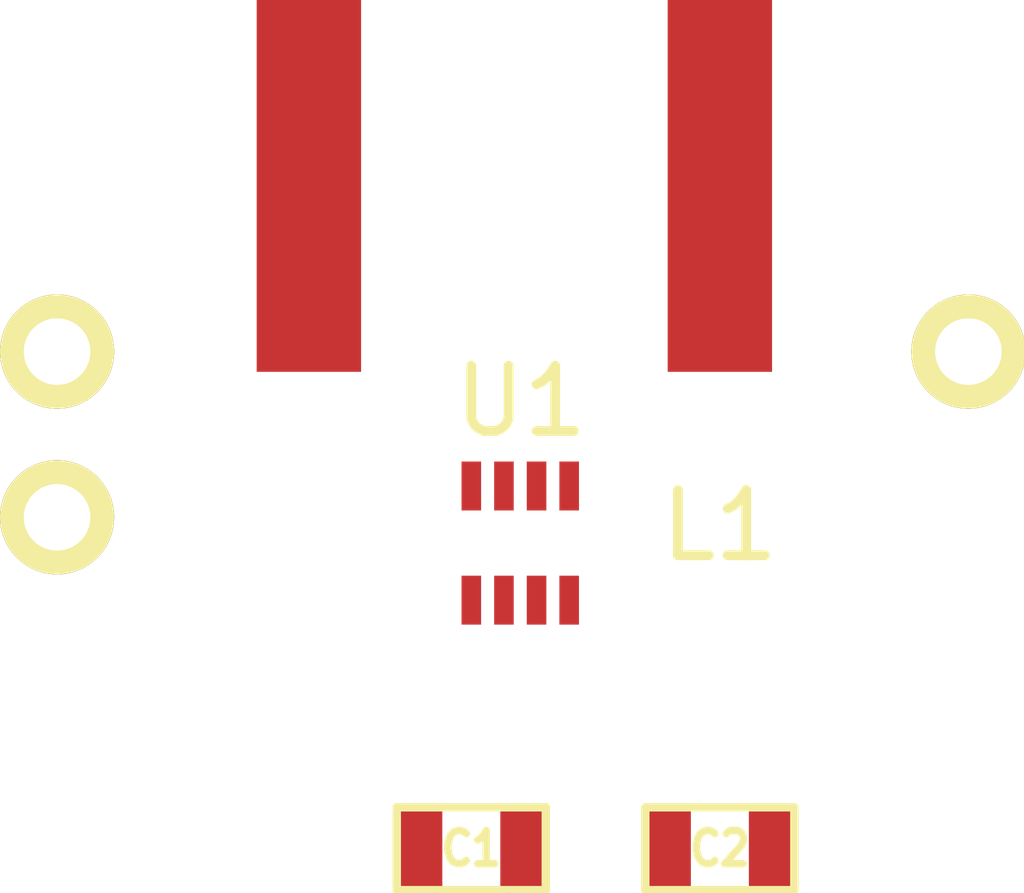
<source format=kicad_pcb>
(kicad_pcb (version 3) (host pcbnew "(2013-03-04 BZR 3984)-stable")

  (general
    (links 13)
    (no_connects 13)
    (area 0 0 0 0)
    (thickness 1.6)
    (drawings 0)
    (tracks 0)
    (zones 0)
    (modules 7)
    (nets 5)
  )

  (page A3)
  (layers
    (15 F.Cu signal)
    (0 B.Cu signal)
    (16 B.Adhes user)
    (17 F.Adhes user)
    (18 B.Paste user)
    (19 F.Paste user)
    (20 B.SilkS user)
    (21 F.SilkS user)
    (22 B.Mask user)
    (23 F.Mask user)
    (24 Dwgs.User user)
    (25 Cmts.User user)
    (26 Eco1.User user)
    (27 Eco2.User user)
    (28 Edge.Cuts user)
  )

  (setup
    (last_trace_width 0.254)
    (trace_clearance 0.254)
    (zone_clearance 0.508)
    (zone_45_only no)
    (trace_min 0.254)
    (segment_width 0.2)
    (edge_width 0.15)
    (via_size 0.889)
    (via_drill 0.635)
    (via_min_size 0.889)
    (via_min_drill 0.508)
    (uvia_size 0.508)
    (uvia_drill 0.127)
    (uvias_allowed no)
    (uvia_min_size 0.508)
    (uvia_min_drill 0.127)
    (pcb_text_width 0.3)
    (pcb_text_size 1 1)
    (mod_edge_width 0.15)
    (mod_text_size 1 1)
    (mod_text_width 0.15)
    (pad_size 0.3 0.75)
    (pad_drill 0)
    (pad_to_mask_clearance 0)
    (aux_axis_origin 0 0)
    (visible_elements FFFFFFBF)
    (pcbplotparams
      (layerselection 3178497)
      (usegerberextensions true)
      (excludeedgelayer true)
      (linewidth 152400)
      (plotframeref false)
      (viasonmask false)
      (mode 1)
      (useauxorigin false)
      (hpglpennumber 1)
      (hpglpenspeed 20)
      (hpglpendiameter 15)
      (hpglpenoverlay 2)
      (psnegative false)
      (psa4output false)
      (plotreference true)
      (plotvalue true)
      (plotothertext true)
      (plotinvisibletext false)
      (padsonsilk false)
      (subtractmaskfromsilk false)
      (outputformat 1)
      (mirror false)
      (drillshape 1)
      (scaleselection 1)
      (outputdirectory ""))
  )

  (net 0 "")
  (net 1 +3.3v)
  (net 2 +5v)
  (net 3 GND)
  (net 4 N-000001)

  (net_class Default "This is the default net class."
    (clearance 0.254)
    (trace_width 0.254)
    (via_dia 0.889)
    (via_drill 0.635)
    (uvia_dia 0.508)
    (uvia_drill 0.127)
    (add_net "")
    (add_net +3.3v)
    (add_net +5v)
    (add_net GND)
    (add_net N-000001)
  )

  (module TEST_0.100 (layer F.Cu) (tedit 525BED45) (tstamp 525BEBB2)
    (at 207.01 132.08)
    (path /525BE4FA)
    (fp_text reference P3 (at 0 -2.1) (layer F.SilkS) hide
      (effects (font (size 1 1) (thickness 0.15)))
    )
    (fp_text value TST (at 0 2.1) (layer F.SilkS) hide
      (effects (font (size 1 1) (thickness 0.15)))
    )
    (pad 1 thru_hole circle (at 0 0) (size 1.75 1.75) (drill 1.02)
      (layers *.Cu *.Mask F.SilkS)
      (net 1 +3.3v)
    )
  )

  (module TEST_0.100 (layer F.Cu) (tedit 525BED43) (tstamp 525BEBB7)
    (at 193.04 134.62)
    (path /525BE511)
    (fp_text reference P2 (at 0 -2.1) (layer F.SilkS) hide
      (effects (font (size 1 1) (thickness 0.15)))
    )
    (fp_text value TST (at 0 2.1) (layer F.SilkS) hide
      (effects (font (size 1 1) (thickness 0.15)))
    )
    (pad 1 thru_hole circle (at 0 0) (size 1.75 1.75) (drill 1.02)
      (layers *.Cu *.Mask F.SilkS)
      (net 3 GND)
    )
  )

  (module TEST_0.100 (layer F.Cu) (tedit 525BED3F) (tstamp 525BEBBC)
    (at 193.04 132.08)
    (path /525BE517)
    (fp_text reference P1 (at 0 -2.1) (layer F.SilkS) hide
      (effects (font (size 1 1) (thickness 0.15)))
    )
    (fp_text value TST (at 0 2.1) (layer F.SilkS) hide
      (effects (font (size 1 1) (thickness 0.15)))
    )
    (pad 1 thru_hole circle (at 0 0) (size 1.75 1.75) (drill 1.02)
      (layers *.Cu *.Mask F.SilkS)
      (net 2 +5v)
    )
  )

  (module SM0603 (layer F.Cu) (tedit 4E43A3D1) (tstamp 525BEBC6)
    (at 199.39 139.7)
    (path /525BE299)
    (attr smd)
    (fp_text reference C1 (at 0 0) (layer F.SilkS)
      (effects (font (size 0.508 0.4572) (thickness 0.1143)))
    )
    (fp_text value C (at 0 0) (layer F.SilkS) hide
      (effects (font (size 0.508 0.4572) (thickness 0.1143)))
    )
    (fp_line (start -1.143 -0.635) (end 1.143 -0.635) (layer F.SilkS) (width 0.127))
    (fp_line (start 1.143 -0.635) (end 1.143 0.635) (layer F.SilkS) (width 0.127))
    (fp_line (start 1.143 0.635) (end -1.143 0.635) (layer F.SilkS) (width 0.127))
    (fp_line (start -1.143 0.635) (end -1.143 -0.635) (layer F.SilkS) (width 0.127))
    (pad 1 smd rect (at -0.762 0) (size 0.635 1.143)
      (layers F.Cu F.Paste F.Mask)
      (net 2 +5v)
    )
    (pad 2 smd rect (at 0.762 0) (size 0.635 1.143)
      (layers F.Cu F.Paste F.Mask)
      (net 3 GND)
    )
    (model smd\resistors\R0603.wrl
      (at (xyz 0 0 0.001))
      (scale (xyz 0.5 0.5 0.5))
      (rotate (xyz 0 0 0))
    )
  )

  (module SM0603 (layer F.Cu) (tedit 4E43A3D1) (tstamp 525BEBD0)
    (at 203.2 139.7)
    (path /525BE30C)
    (attr smd)
    (fp_text reference C2 (at 0 0) (layer F.SilkS)
      (effects (font (size 0.508 0.4572) (thickness 0.1143)))
    )
    (fp_text value C (at 0 0) (layer F.SilkS) hide
      (effects (font (size 0.508 0.4572) (thickness 0.1143)))
    )
    (fp_line (start -1.143 -0.635) (end 1.143 -0.635) (layer F.SilkS) (width 0.127))
    (fp_line (start 1.143 -0.635) (end 1.143 0.635) (layer F.SilkS) (width 0.127))
    (fp_line (start 1.143 0.635) (end -1.143 0.635) (layer F.SilkS) (width 0.127))
    (fp_line (start -1.143 0.635) (end -1.143 -0.635) (layer F.SilkS) (width 0.127))
    (pad 1 smd rect (at -0.762 0) (size 0.635 1.143)
      (layers F.Cu F.Paste F.Mask)
      (net 3 GND)
    )
    (pad 2 smd rect (at 0.762 0) (size 0.635 1.143)
      (layers F.Cu F.Paste F.Mask)
      (net 1 +3.3v)
    )
    (model smd\resistors\R0603.wrl
      (at (xyz 0 0 0.001))
      (scale (xyz 0.5 0.5 0.5))
      (rotate (xyz 0 0 0))
    )
  )

  (module SC70JW-8 (layer F.Cu) (tedit 525BED4F) (tstamp 525BEBDC)
    (at 199.39 135.89)
    (path /525BE285)
    (fp_text reference U1 (at 0.762 -3.048) (layer F.SilkS)
      (effects (font (size 1 1) (thickness 0.15)))
    )
    (fp_text value AAT1110IJS-3.3-T1 (at 0 1.778) (layer F.SilkS) hide
      (effects (font (size 1 1) (thickness 0.15)))
    )
    (pad 1 smd rect (at 0 0) (size 0.3 0.75)
      (layers F.Cu F.Paste F.Mask)
      (net 2 +5v)
    )
    (pad 2 smd rect (at 0.5 0) (size 0.3 0.75)
      (layers F.Cu F.Paste F.Mask)
      (net 1 +3.3v)
    )
    (pad 3 smd rect (at 1 0) (size 0.3 0.75)
      (layers F.Cu F.Paste F.Mask)
      (net 2 +5v)
    )
    (pad 4 smd rect (at 1.5 0) (size 0.3 0.75)
      (layers F.Cu F.Paste F.Mask)
      (net 4 N-000001)
    )
    (pad 5 smd rect (at 1.5 -1.75) (size 0.3 0.75)
      (layers F.Cu F.Paste F.Mask)
      (net 3 GND)
    )
    (pad 6 smd rect (at 1 -1.75) (size 0.3 0.75)
      (layers F.Cu F.Paste F.Mask)
      (net 3 GND)
    )
    (pad 7 smd rect (at 0.5 -1.75) (size 0.3 0.75)
      (layers F.Cu F.Paste F.Mask)
      (net 3 GND)
    )
    (pad 8 smd rect (at 0 -1.75) (size 0.3 0.75)
      (layers F.Cu F.Paste F.Mask)
      (net 3 GND)
    )
  )

  (module inductor_SRN5020 (layer F.Cu) (tedit 525BED4D) (tstamp 525BEBE2)
    (at 203.2 129.54 180)
    (path /525BE371)
    (fp_text reference L1 (at 0 -5.207 180) (layer F.SilkS)
      (effects (font (size 1 1) (thickness 0.15)))
    )
    (fp_text value INDUCTOR (at 0 4.191 180) (layer F.SilkS) hide
      (effects (font (size 1 1) (thickness 0.15)))
    )
    (pad 1 smd rect (at 0 0 180) (size 1.6 5.7)
      (layers F.Cu F.Paste F.Mask)
      (net 1 +3.3v)
    )
    (pad 2 smd rect (at 6.3 0 180) (size 1.6 5.7)
      (layers F.Cu F.Paste F.Mask)
      (net 4 N-000001)
    )
  )

)

</source>
